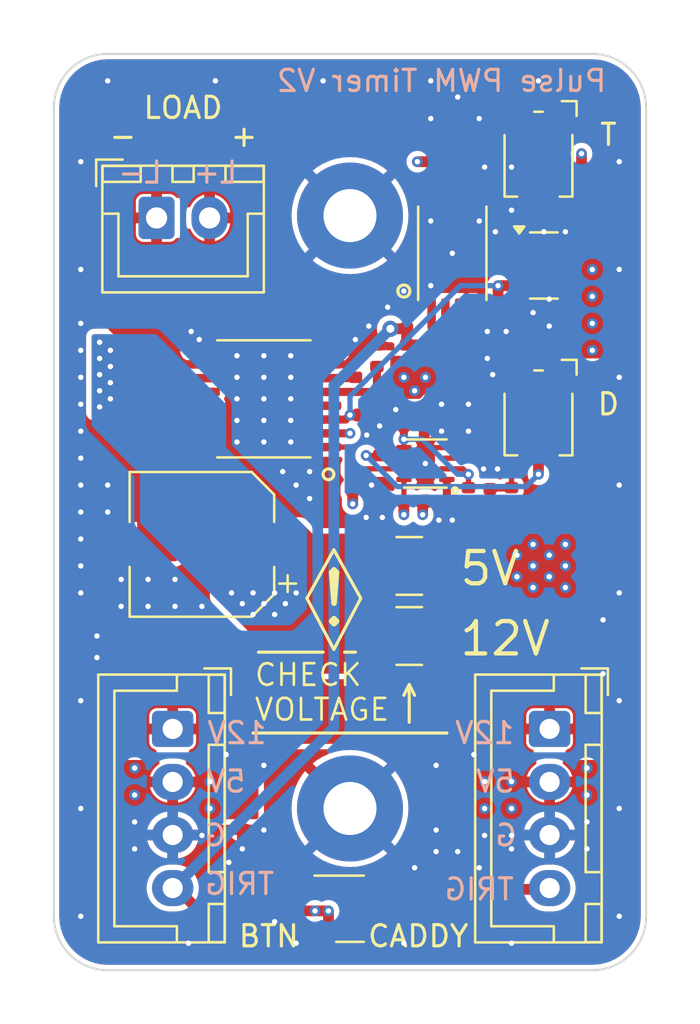
<source format=kicad_pcb>
(kicad_pcb (version 20240108) (generator "pcbnew") (generator_version "8.0")
  (layers (0 "F.Cu" signal) (1 "In1.Cu" signal) (2 "In2.Cu" signal) (31 "B.Cu" signal) (34 "B.Paste" user) (35 "F.Paste" user) (36 "B.SilkS" user "B.Silkscreen") (37 "F.SilkS" user "F.Silkscreen") (38 "B.Mask" user) (39 "F.Mask" user) (44 "Edge.Cuts" user))
  (net 0 "")
  (net 1 "GND")
  (net 2 "Net-(Q1-G)")
  (net 3 "+12V")
  (net 4 "+5V")
  (net 5 "Net-(U2-TR)")
  (net 6 "Net-(U2-CV)")
  (net 7 "Net-(U2-DIS)")
  (net 8 "BTN_TRIG")
  (net 10 "Net-(U3B--)")
  (net 11 "CADDY_TRIG")
  (net 12 "Net-(U3A--)")
  (net 13 "Net-(C19-Pad2)")
  (net 14 "Net-(U3A-+)")
  (net 15 "Net-(U4A-CPH)")
  (net 16 "+VM")
  (net 17 "Net-(U4A-CPL)")
  (net 18 "Net-(U4A-VCP)")
  (net 19 "Net-(R7-Pad2)")
  (net 20 "Net-(J3-Pin_1)")
  (net 21 "Net-(J3-Pin_2)")
  (net 22 "Net-(R8-Pad2)")
  (net 23 "ON_DELAY")
  (net 24 "PULSE_OUT")
  (net 25 "Net-(R9-Pad1)")
  (net 26 "Net-(U4A-VREF)")
  (net 27 "Net-(U4A-IPROPRI)")
  (net 28 "PWM_OUT")
  (footprint "Resistor_SMD:R_0402_1005Metric" (layer "F.Cu") (at 146.941 97.536)
    (property "Reference" "R6" (hide yes))
    (property "Value" "100k")
  )
  (footprint "Capacitor_SMD:C_0402_1005Metric" (layer "F.Cu") (at 131.572 99.949 90)
    (property "Reference" "C23" (hide yes))
    (property "Value" "100nF")
  )
  (footprint "Capacitor_SMD:C_0402_1005Metric" (layer "F.Cu") (at 141.887 100.838 180)
    (property "Reference" "C20" (hide yes))
    (property "Value" "10nF")
  )
  (footprint "Capacitor_SMD:C_0603_1608Metric" (layer "F.Cu") (at 146.05 87.63 90)
    (property "Reference" "C13" (hide yes))
    (property "Value" "10uF")
  )
  (footprint "Capacitor_SMD:C_0402_1005Metric" (layer "F.Cu") (at 145.034 97.536)
    (property "Reference" "C8" (hide yes))
    (property "Value" "1uF")
  )
  (footprint "Package_SO:HTSSOP-16-1EP_4.4x5mm_P0.65mm_EP3.4x5mm_Mask2.46x2.31mm" (layer "F.Cu") (at 136.906 100.076 180)
    (property "Reference" "U4" (hide yes))
    (property "Value" "DRV8876PWPR")
  )
  (footprint "MountingHole:MountingHole_2.5mm_Pad" (layer "F.Cu") (at 140.97 91.44)
    (property "Reference" "H2" (hide yes))
    (property "Value" "MountingHole_Pad" (hide yes))
  )
  (footprint "Package_TO_SOT_SMD:SOT-23" (layer "F.Cu") (at 140.97 124.1044)
    (property "Reference" "Q1" (hide yes))
    (property "Value" "SI2301CDS-T1-GE3" (hide yes))
  )
  (footprint "Capacitor_SMD:C_0402_1005Metric" (layer "F.Cu") (at 132.5372 101.1682 90)
    (property "Reference" "C22" (hide yes))
    (property "Value" "22nF")
  )
  (footprint "Resistor_SMD:R_0402_1005Metric" (layer "F.Cu") (at 141.097 103.886 90)
    (property "Reference" "R14" (hide yes))
    (property "Value" "10k")
  )
  (footprint "Connector_JST:JST_XH_B4B-XH-A_1x04_P2.50mm_Vertical" (layer "F.Cu") (at 132.605 115.63 -90)
    (property "Reference" "J2" (hide yes))
    (property "Value" "Action Output" (hide yes))
  )
  (footprint "Resistor_SMD:R_0402_1005Metric" (layer "F.Cu") (at 142.75 99.695 180)
    (property "Reference" "R15" (hide yes))
    (property "Value" "20k")
  )
  (footprint "Capacitor_SMD:C_0402_1005Metric" (layer "F.Cu") (at 150.876 96.012 180)
    (property "Reference" "C2" (hide yes))
    (property "Value" "100nF")
  )
  (footprint "Resistor_SMD:R_0402_1005Metric" (layer "F.Cu") (at 151.892 89.662 -90)
    (property "Reference" "R7" (hide yes))
    (property "Value" "100k")
  )
  (footprint "Capacitor_SMD:C_0402_1005Metric" (layer "F.Cu") (at 146.05 119.888 -90)
    (property "Reference" "C9" (hide yes))
    (property "Value" "100nF")
  )
  (footprint "Capacitor_SMD:C_0402_1005Metric" (layer "F.Cu") (at 143.637 96.266 -90)
    (property "Reference" "C4" (hide yes))
    (property "Value" "10nF")
  )
  (footprint "Capacitor_SMD:C_0402_1005Metric" (layer "F.Cu") (at 146.05 122.71 -90)
    (property "Reference" "C5" (hide yes))
    (property "Value" "100nF")
  )
  (footprint "Capacitor_SMD:C_0402_1005Metric" (layer "F.Cu") (at 147.574 104.803 -90)
    (property "Reference" "C19" (hide yes))
    (property "Value" "100nF")
  )
  (footprint "Capacitor_SMD:C_0805_2012Metric" (layer "F.Cu") (at 131.064 111.76 180)
    (property "Reference" "C14" (hide yes))
    (property "Value" "22uF")
  )
  (footprint "Connector_JST:JST_XH_B2B-XH-A_1x02_P2.50mm_Vertical" (layer "F.Cu") (at 131.846 91.55)
    (property "Reference" "J3" (hide yes))
    (property "Value" "Load")
  )
  (footprint "Resistor_SMD:R_0402_1005Metric" (layer "F.Cu") (at 143.637 98.044 90)
    (property "Reference" "R3" (hide yes))
    (property "Value" "100k")
  )
  (footprint "Resistor_SMD:R_0402_1005Metric" (layer "F.Cu") (at 148.844 97.536 180)
    (property "Reference" "R9" (hide yes))
    (property "Value" "10k")
  )
  (footprint "Capacitor_SMD:C_0402_1005Metric" (layer "F.Cu") (at 135.89 119.888 -90)
    (property "Reference" "C12" (hide yes))
    (property "Value" "100nF")
  )
  (footprint "Capacitor_SMD:C_0402_1005Metric" (layer "F.Cu") (at 148.435 96.012 180)
    (property "Reference" "C11" (hide yes))
    (property "Value" "10nF")
  )
  (footprint "Resistor_SMD:R_0402_1005Metric" (layer "F.Cu") (at 141.224 98.552 90)
    (property "Reference" "R17" (hide yes))
    (property "Value" "1k")
  )
  (footprint "Connector_JST:JST_XH_B4B-XH-A_1x04_P2.50mm_Vertical" (layer "F.Cu") (at 150.385 115.63 -90)
    (property "Reference" "J1" (hide yes))
    (property "Value" "Action Input")
  )
  (footprint "Resistor_SMD:R_0402_1005Metric" (layer "F.Cu") (at 142.24 98.044 90)
    (property "Reference" "R16" (hide yes))
    (property "Value" "27k")
  )
  (footprint "Resistor_SMD:R_0402_1005Metric" (layer "F.Cu") (at 146.558 104.773 90)
    (property "Reference" "R12" (hide yes))
    (property "Value" "10k")
  )
  (footprint "Capacitor_SMD:C_0402_1005Metric" (layer "F.Cu") (at 146.05 117.856 90)
    (property "Reference" "C7" (hide yes))
    (property "Value" "1uF")
  )
  (footprint "Capacitor_SMD:C_0402_1005Metric" (layer "F.Cu") (at 137.414 123.67 90)
    (property "Reference" "C3" (hide yes))
    (property "Value" "100nF")
  )
  (footprint "Capacitor_SMD:C_0402_1005Metric" (layer "F.Cu") (at 143.99 101.346)
    (property "Reference" "C18" (hide yes))
    (property "Value" "22nF")
  )
  (footprint "Capacitor_SMD:C_0402_1005Metric" (layer "F.Cu") (at 133.096 95.631)
    (property "Reference" "C25" (hide yes))
    (property "Value" "100nF")
  )
  (footprint "Package_DFN_QFN:DFN-8-1EP_2x2mm_P0.5mm_EP0.9x1.6mm" (layer "F.Cu") (at 144.526 103.124 180)
    (property "Reference" "U3" (hide yes))
    (property "Value" "LM393QT")
  )
  (footprint "Potentiometer_SMD:Potentiometer_Bourns_TC33X_Vertical" (layer "F.Cu") (at 149.86 88.646 -90)
    (property "Reference" "RV1" (hide yes))
    (property "Value" "500k")
  )
  (footprint "Fuse:Fuse_1210_3225Metric" (layer "F.Cu") (at 143.764 107.95 180)
    (property "Reference" "F1" (hide yes))
    (property "Value" "1.5A")
  )
  (footprint "Resistor_SMD:R_0402_1005Metric" (layer "F.Cu") (at 138.43 123.698 90)
    (property "Reference" "R2" (hide yes))
    (property "Value" "100k")
  )
  (footprint "Resistor_SMD:R_0402_1005Metric" (layer "F.Cu") (at 145.034 122.68 90)
    (property "Reference" "R4" (hide yes))
    (property "Value" "100k")
  )
  (footprint "Capacitor_SMD:C_0805_2012Metric" (layer "F.Cu") (at 151.892 111.76)
    (property "Reference" "C6" (hide yes))
    (property "Value" "22uF")
  )
  (footprint "Capacitor_SMD:C_0402_1005Metric" (layer "F.Cu") (at 142.367 102.263 90)
    (property "Reference" "C17" (hide yes))
    (property "Value" "10nF")
  )
  (footprint "Resistor_SMD:R_0402_1005Metric" (layer "F.Cu") (at 148.59 104.773 -90)
    (property "Reference" "R11" (hide yes))
    (property "Value" "10k")
  )
  (footprint "Package_TO_SOT_SMD:SOT-23" (layer "F.Cu") (at 150.114 93.792)
    (property "Reference" "U1" (hide yes))
    (property "Value" "MAX809R")
  )
  (footprint "Capacitor_SMD:C_0402_1005Metric" (layer "F.Cu") (at 130.683 99.949 -90)
    (property "Reference" "C21" (hide yes))
    (property "Value" "100nF")
  )
  (footprint "Capacitor_SMD:C_0402_1005Metric" (layer "F.Cu") (at 135.89 117.856 90)
    (property "Reference" "C15" (hide yes))
    (property "Value" "1uF")
  )
  (footprint "Resistor_SMD:R_0402_1005Metric" (layer "F.Cu") (at 150.876 97.536 180)
    (property "Reference" "R8" (hide yes))
    (property "Value" "100k")
  )
  (footprint "Capacitor_SMD:C_0402_1005Metric" (layer "F.Cu") (at 147.828 90.678 90)
    (property "Reference" "C10" (hide yes))
    (property "Value" "10nF")
  )
  (footprint "Fuse:Fuse_1210_3225Metric" (layer "F.Cu") (at 143.764 111.252 180)
    (property "Reference" "F2" (hide yes))
    (property "Value" "1.5A")
  )
  (footprint "Resistor_SMD:R_0402_1005Metric" (layer "F.Cu") (at 147.574 102.106 -90)
    (property "Reference" "R10" (hide yes))
    (property "Value" "100k")
  )
  (footprint "Resistor_SMD:R_0402_1005Metric" (layer "F.Cu") (at 145.034 104.898)
    (property "Reference" "R13" (hide yes))
    (property "Value" "10k")
  )
  (footprint "Package_SO:TSSOP-8_4.4x3mm_P0.65mm" (layer "F.Cu") (at 145.796 93.218 90)
    (property "Reference" "U2" (hide yes))
    (property "Value" "NE555PWR")
  )
  (footprint "Capacitor_SMD:CP_Elec_6.3x5.4" (layer "F.Cu") (at 133.985 106.934 180)
    (property "Reference" "C24" (hide yes))
    (property "Value" "47uF")
  )
  (footprint "MountingHole:MountingHole_2.5mm_Pad" (layer "F.Cu") (at 140.97 119.38)
    (property "Reference" "H1" (hide yes))
    (property "Value" "MountingHole_Pad" (hide yes))
  )
  (footprint "Capacitor_SMD:C_0402_1005Metric" (layer "F.Cu") (at 143.002 104.902 180)
    (property "Reference" "C16" (hide yes))
    (property "Value" "100nF")
  )
  (footprint "Potentiometer_SMD:Potentiometer_Bourns_TC33X_Vertical" (layer "F.Cu") (at 149.86 100.838 -90)
    (property "Reference" "RV2" (hide yes))
    (property "Value" "500k")
  )
  (footprint "Resistor_SMD:R_0402_1005Metric" (layer "F.Cu") (at 145.034 98.552)
    (property "Reference" "R5" (hide yes))
    (property "Value" "100k")
  )
  (footprint "Capacitor_SMD:C_0402_1005Metric" (layer "F.Cu") (at 144.78 88.42 90)
    (property "Reference" "C1" (hide yes))
    (property "Value" "100nF")
  )
  (footprint "Resistor_SMD:R_0402_1005Metric" (layer "F.Cu") (at 136.398 123.698 90)
    (property "Reference" "R1" (hide yes))
    (property "Value" "1k")
  )
  (gr_line (start 143.764 113.538) (end 143.51 114.046) (stroke (width 0.15)) (layer "F.SilkS"))
  (gr_line (start 145.542 115.824) (end 136.398 115.824) (stroke (width 0.15)) (layer "F.SilkS"))
  (gr_line (start 143.764 113.538) (end 144.018 114.046) (stroke (width 0.15)) (layer "F.SilkS"))
  (gr_line (start 141.478 109.474) (end 140.208 111.887) (stroke (width 0.15)) (layer "F.SilkS"))
  (gr_circle (center 139.954 103.632) (end 140.208 103.632) (stroke (width 0.15)) (fill none) (layer "F.SilkS"))
  (gr_line (start 136.652 112.014) (end 139.7 112.014) (stroke (width 0.15)) (layer "F.SilkS"))
  (gr_line (start 143.764 113.538) (end 143.764 115.316) (stroke (width 0.15)) (layer "F.SilkS"))
  (gr_circle (center 145.923 104.394) (end 146.05 104.394) (stroke (width 0.15)) (fill none) (layer "F.SilkS"))
  (gr_line (start 141.478 109.474) (end 140.208 107.188) (stroke (width 0.15)) (layer "F.SilkS"))
  (gr_circle (center 143.51 94.996) (end 143.764 94.869) (stroke (width 0.15)) (fill none) (layer "F.SilkS"))
  (gr_line (start 141.224 112.014) (end 140.716 112.014) (stroke (width 0.15)) (layer "F.SilkS"))
  (gr_line (start 140.208 107.188) (end 138.938 109.474) (stroke (width 0.15)) (layer "F.SilkS"))
  (gr_line (start 140.208 111.887) (end 138.938 109.474) (stroke (width 0.15)) (layer "F.SilkS"))
  (gr_line (start 127 124.46) (end 127 86.36) (stroke (width 0.1)) (layer "Edge.Cuts"))
  (gr_arc (start 129.54 127) (mid 127.743949 126.256051) (end 127 124.46) (stroke (width 0.1)) (layer "Edge.Cuts"))
  (gr_arc (start 154.94 124.46) (mid 154.196051 126.256051) (end 152.4 127) (stroke (width 0.1)) (layer "Edge.Cuts"))
  (gr_line (start 152.4 127) (end 129.54 127) (stroke (width 0.1)) (layer "Edge.Cuts"))
  (gr_arc (start 152.4 83.82) (mid 154.196051 84.563949) (end 154.94 86.36) (stroke (width 0.1)) (layer "Edge.Cuts"))
  (gr_arc (start 127 86.36) (mid 127.743949 84.563949) (end 129.54 83.82) (stroke (width 0.1)) (layer "Edge.Cuts"))
  (gr_line (start 154.94 86.36) (end 154.94 124.46) (stroke (width 0.1)) (layer "Edge.Cuts"))
  (gr_line (start 152.4 83.82) (end 129.54 83.82) (stroke (width 0.1)) (layer "Edge.Cuts"))
  (gr_text "G" (at 134.62 120.65 0) (layer "B.SilkS") (effects (font (size 1 1)) (justify mirror)))
  (gr_text "Pulse PWM Timer V2" (at 145.288 85.09 0) (layer "B.SilkS") (effects (font (size 1 1)) (justify mirror)))
  (gr_text "TRIG" (at 135.763 122.936 0) (layer "B.SilkS") (effects (font (size 1 1)) (justify mirror)))
  (gr_text "12V" (at 135.636 115.824 0) (layer "B.SilkS") (effects (font (size 1 1)) (justify mirror)))
  (gr_text "L+" (at 134.62 89.408 0) (layer "B.SilkS") (effects (font (size 1 1)) (justify mirror)))
  (gr_text "G" (at 148.336 120.65 0) (layer "B.SilkS") (effects (font (size 1 1)) (justify mirror)))
  (gr_text "5V" (at 135.128 118.11 0) (layer "B.SilkS") (effects (font (size 1 1)) (justify mirror)))
  (gr_text "12V" (at 147.32 115.824 0) (layer "B.SilkS") (effects (font (size 1 1)) (justify mirror)))
  (gr_text "TRIG" (at 147.066 123.19 0) (layer "B.SilkS") (effects (font (size 1 1)) (justify mirror)))
  (gr_text "5V" (at 147.828 118.11 0) (layer "B.SilkS") (effects (font (size 1 1)) (justify mirror)))
  (gr_text "L-" (at 131.064 89.408 0) (layer "B.SilkS") (effects (font (size 1 1)) (justify mirror)))
  (gr_text "LOAD" (at 133.096 86.36 0) (layer "F.SilkS") (effects (font (size 1 1))))
  (gr_text "D" (at 153.162 100.33 0) (layer "F.SilkS") (effects (font (size 1 1))))
  (gr_text "T" (at 153.162 87.63 0) (layer "F.SilkS") (effects (font (size 1 1))))
  (gr_text "5V" (at 146.05 108.966 0) (layer "F.SilkS") (effects (font (size 1.524 1.524) (thickness 0.2032)) (justify left bottom)))
  (gr_text "BTN" (at 135.636 125.984 0) (layer "F.SilkS") (effects (font (size 1 1)) (justify left bottom)))
  (gr_text "!" (at 139.446 110.998 0) (layer "F.SilkS") (effects (font (size 2.54 2.54) (thickness 0.254)) (justify left bottom)))
  (gr_text "12V" (at 146.05 112.268 0) (layer "F.SilkS") (effects (font (size 1.524 1.524) (thickness 0.2032)) (justify left bottom)))
  (gr_text "CADDY" (at 141.732 125.984 0) (layer "F.SilkS") (effects (font (size 1 1)) (justify left bottom)))
  (gr_text "CHECK\nVOLTAGE" (at 136.398 115.316 0) (layer "F.SilkS") (effects (font (size 1.016 1.016) (thickness 0.127)) (justify left bottom)))
  (gr_text "+" (at 135.255 88.265 0) (layer "F.SilkS") (effects (font (size 1 1)) (justify left bottom)))
  (gr_text "-" (at 129.54 88.265 0) (layer "F.SilkS") (effects (font (size 1 1)) (justify left bottom)))
  (segment (start 140.815 98.451) (end 139.7685 98.451) (width 0.381) (layer "F.Cu") (net 1))
  (segment (start 134.0435 102.351) (end 135.625 102.351) (width 0.25) (layer "F.Cu") (net 1))
  (segment (start 141.224 98.042) (end 140.815 98.451) (width 0.381) (layer "F.Cu") (net 1))
  (segment (start 134.0435 101.701) (end 135.535 101.701) (width 0.25) (layer "F.Cu") (net 1))
  (segment (start 142.367 101.783) (end 141.7617 101.783) (width 0.508) (layer "F.Cu") (net 1))
  (segment (start 139.7685 98.451) (end 138.023 98.451) (width 0.25) (layer "F.Cu") (net 1))
  (via (at 136.906 98.044) (size 0.508) (drill 0.254) (layers "F.Cu" "B.Cu") (net 1))
  (via (at 147.828 92.202) (size 0.508) (drill 0.254) (layers "F.Cu" "B.Cu") (net 1))
  (via (at 130.81 120.015) (size 0.508) (drill 0.254) (layers "F.Cu" "B.Cu") (net 1))
  (via (at 153.67 88.9) (size 0.508) (drill 0.254) (layers "F.Cu" "B.Cu") (net 1))
  (via (at 138.43 125.73) (size 0.508) (drill 0.254) (layers "F.Cu" "B.Cu") (net 1))
  (via (at 153.67 114.3) (size 0.508) (drill 0.254) (layers "F.Cu" "B.Cu") (net 1))
  (via (at 145.288 100.33) (size 0.508) (drill 0.254) (layers "F.Cu" "B.Cu") (net 1))
  (via (at 138.176 98.044) (size 0.508) (drill 0.254) (layers "F.Cu" "B.Cu") (net 1))
  (via (at 146.05 121.412) (size 0.508) (drill 0.254) (layers "F.Cu" "B.Cu") (net 1))
  (via (at 131.445 109.855) (size 0.508) (drill 0.254) (layers "F.Cu" "B.Cu") (net 1))
  (via (at 129.54 104.14) (size 0.508) (drill 0.254) (layers "F.Cu" "B.Cu") (net 1))
  (via (at 147.32 89.154) (size 0.508) (drill 0.254) (layers "F.Cu" "B.Cu") (net 1))
  (via (at 144.78 94.742) (size 0.508) (drill 0.254) (layers "F.Cu" "B.Cu") (net 1))
  (via (at 148.59 121.285) (size 0.508) (drill 0.254) (layers "F.Cu" "B.Cu") (net 1))
  (via (at 136.906 120.396) (size 0.508) (drill 0.254) (layers "F.Cu" "B.Cu") (net 1))
  (via (at 147.447 98.171) (size 0.508) (drill 0.254) (layers "F.Cu" "B.Cu") (net 1))
  (via (at 141.732 105.664) (size 0.508) (drill 0.254) (layers "F.Cu" "B.Cu") (net 1))
  (via (at 133.858 97.282) (size 0.508) (drill 0.254) (layers "F.Cu" "B.Cu") (net 1))
  (via (at 145.796 93.218) (size 0.508) (drill 0.254) (layers "F.Cu" "B.Cu") (net 1))
  (via (at 141.986 104.14) (size 0.508) (drill 0.254) (layers "F.Cu" "B.Cu") (net 1))
  (via (at 136.906 102.108) (size 0.508) (drill 0.254) (layers "F.Cu" "B.Cu") (net 1))
  (via (at 145.034 120.396) (size 0.508) (drill 0.254) (layers "F.Cu" "B.Cu") (net 1))
  (via (at 128.27 88.9) (size 0.508) (drill 0.254) (layers "F.Cu" "B.Cu") (net 1))
  (via (at 148.59 120.65) (size 0.508) (drill 0.254) (layers "F.Cu" "B.Cu") (net 1))
  (via (at 138.43 104.14) (size 0.508) (drill 0.254) (layers "F.Cu" "B.Cu") (net 1))
  (via (at 128.27 101.6) (size 0.508) (drill 0.254) (layers "F.Cu" "B.Cu") (net 1))
  (via (at 131.445 108.585) (size 0.508) (drill 0.254) (layers "F.Cu" "B.Cu") (net 1))
  (via (at 144.78 86.868) (size 0.508) (drill 0.254) (layers "F.Cu" "B.Cu") (net 1))
  (via (at 147.447 96.901) (size 0.508) (drill 0.254) (layers "F.Cu" "B.Cu") (net 1))
  (via (at 147.32 120.65) (size 0.508) (drill 0.254) (layers "F.Cu" "B.Cu") (net 1))
  (via (at 128.27 102.87) (size 0.508) (drill 0.254) (layers "F.Cu" "B.Cu") (net 1))
  (via (at 151.13 92.202) (size 0.508) (drill 0.254) (layers "F.Cu" "B.Cu") (net 1))
  (via (at 138.176 99.06) (size 0.508) (drill 0.254) (layers "F.Cu" "B.Cu") (net 1))
  (via (at 128.27 93.98) (size 0.508) (drill 0.254) (layers "F.Cu" "B.Cu") (net 1))
  (via (at 138.176 102.108) (size 0.508) (drill 0.254) (layers "F.Cu" "B.Cu") (net 1))
  (via (at 136.906 100.076) (size 0.508) (drill 0.254) (layers "F.Cu" "B.Cu") (net 1))
  (via (at 129.54 105.41) (size 0.508) (drill 0.254) (layers "F.Cu" "B.Cu") (net 1))
  (via (at 141.7617 101.783) (size 0.508) (drill 0.254) (layers "F.Cu" "B.Cu") (net 1))
  (via (at 144.78 91.694) (size 0.508) (drill 0.254) (layers "F.Cu" "B.Cu") (net 1))
  (via (at 152.146 121.285) (size 0.508) (drill 0.254) (layers "F.Cu" "B.Cu") (net 1))
  (via (at 135.636 102.108) (size 0.508) (drill 0.254) (layers "F.Cu" "B.Cu") (net 1))
  (via (at 128.27 119.38) (size 0.508) (drill 0.254) (layers "F.Cu" "B.Cu") (net 1))
  (via (at 135.636 98.044) (size 0.508) (drill 0.254) (layers "F.Cu" "B.Cu") (net 1))
  (via (at 148.336 96.901) (size 0.508) (drill 0.254) (layers "F.Cu" "B.Cu") (net 1))
  (via (at 135.89 121.285) (size 0.508) (drill 0.254) (layers "F.Cu" "B.Cu") (net 1))
  (via (at 135.636 101.092) (size 0.508) (drill 0.254) (layers "F.Cu" "B.Cu") (net 1))
  (via (at 143.51 94.996) (size 0.508) (drill 0.254) (layers "F.Cu" "B.Cu") (net 1))
  (via (at 128.27 96.52) (size 0.508) (drill 0.254) (layers "F.Cu" "B.Cu") (net 1))
  (via (at 150.114 92.202) (size 0.508) (drill 0.254) (layers "F.Cu" "B.Cu") (net 1))
  (via (at 145.034 117.348) (size 0.508) (drill 0.254) (layers "F.Cu" "B.Cu") (net 1))
  (via (at 129.032 111.252) (size 0.508) (drill 0.254) (layers "F.Cu" "B.Cu") (net 1))
  (via (at 141.859 96.647) (size 0.508) (drill 0.254) (layers "F.Cu" "B.Cu") (net 1))
  (via (at 145.288 101.6) (size 0.508) (drill 0.254) (layers "F.Cu" "B.Cu") (net 1))
  (via (at 135.636 100.076) (size 0.508) (drill 0.254) (layers "F.Cu" "B.Cu") (net 1))
  (via (at 134.62 85.09) (size 0.508) (drill 0.254) (layers "F.Cu" "B.Cu") (net 1))
  (via (at 137.414 124.714) (size 0.508) (drill 0.254) (layers "F.Cu" "B.Cu") (net 1))
  (via (at 146.558 101.6) (size 0.508) (drill 0.254) (layers "F.Cu" "B.Cu") (net 1))
  (via (at 142.748 95.758) (size 0.508) (drill 0.254) (layers "F.Cu" "B.Cu") (net 1))
  (via (at 147.2692 103.378) (size 0.508) (drill 0.254) (layers "F.Cu" "B.Cu") (net 1))
  (via (at 129.54 85.09) (size 0.508) (drill 0.254) (layers "F.Cu" "B.Cu") (net 1))
  (via (at 139.065 103.505) (size 0.508) (drill 0.254) (layers "F.Cu" "B.Cu") (net 1))
  (via (at 149.606 96.012) (size 0.508) (drill 0.254) (layers "F.Cu" "B.Cu") (net 1))
  (via (at 128.27 97.79) (size 0.508) (drill 0.254) (layers "F.Cu" "B.Cu") (net 1))
  (via (at 150.368 95.377) (size 0.508) (drill 0.254) (layers "F.Cu" "B.Cu") (net 1))
  (via (at 142.494 105.664) (size 0.508) (drill 0.254) (layers "F.Cu" "B.Cu") (net 1))
  (via (at 147.066 91.694) (size 0.508) (drill 0.254) (layers "F.Cu" "B.Cu") (net 1))
  (via (at 149.86 85.09) (size 0.508) (drill 0.254) (layers "F.Cu" "B.Cu") (net 1))
  (via (at 153.67 99.06) (size 0.508) (drill 0.254) (layers "F.Cu" "B.Cu") (net 1))
  (via (at 130.81 121.285) (size 0.508) (drill 0.254) (layers "F.Cu" "B.Cu") (net 1))
  (via (at 128.27 106.68) (size 0.508) (drill 0.254) (layers "F.Cu" "B.Cu") (net 1))
  (via (at 128.27 100.33) (size 0.508) (drill 0.254) (layers "F.Cu" "B.Cu") (net 1))
  (via (at 138.176 100.076) (size 0.508) (drill 0.254) (layers "F.Cu" "B.Cu") (net 1))
  (via (at 153.67 93.98) (size 0.508) (drill 0.254) (layers "F.Cu" "B.Cu") (net 1))
  (via (at 130.175 109.855) (size 0.508) (drill 0.254) (layers "F.Cu" "B.Cu") (net 1))
  (via (at 143.51 125.73) (size 0.508) (drill 0.254) (layers "F.Cu" "B.Cu") (net 1))
  (via (at 139.065 104.775) (size 0.508) (drill 0.254) (layers "F.Cu" "B.Cu") (net 1))
  (via (at 148.59 125.73) (size 0.508) (drill 0.254) (layers "F.Cu" "B.Cu") (net 1))
  (via (at 133.985 120.65) (size 0.508) (drill 0.254) (layers "F.Cu" "B.Cu") (net 1))
  (via (at 147.066 122.174) (size 0.508) (drill 0.254) (layers "F.Cu" "B.Cu") (net 1))
  (via (at 152.146 120.015) (size 0.508) (drill 0.254) (layers "F.Cu" "B.Cu") (net 1))
  (via (at 147.066 86.868) (size 0.508) (drill 0.254) (layers "F.Cu" "B.Cu") (net 1))
  (via (at 137.795 103.505) (size 0.508) (drill 0.254) (layers "F.Cu" "B.Cu") (net 1))
  (via (at 128.27 124.46) (size 0.508) (drill 0.254) (layers "F.Cu" "B.Cu") (net 1))
  (via (at 136.906 101.092) (size 0.508) (drill 0.254) (layers "F.Cu" "B.Cu") (net 1))
  (via (at 153.67 109.22) (size 0.508) (drill 0.254) (layers "F.Cu" "B.Cu") (net 1))
  (via (at 133.985 109.855) (size 0.508) (drill 0.254) (layers "F.Cu" "B.Cu") (net 1))
  (via (at 153.67 104.14) (size 0.508) (drill 0.254) (layers "F.Cu" "B.Cu") (net 1))
  (via (at 141.224 97.282) (size 0.508) (drill 0.254) (layers "F.Cu" "B.Cu") (net 1))
  (via (at 135.128 116.84) (size 0.508) (drill 0.254) (layers "F.Cu" "B.Cu") (net 1))
  (via (at 130.175 108.585) (size 0.508) (drill 0.254) (layers "F.Cu" "B.Cu") (net 1))
  (via (at 128.27 99.06) (size 0.508) (drill 0.254) (layers "F.Cu" "B.Cu") (net 1))
  (via (at 146.812 116.84) (size 0.508) (drill 0.254) (layers "F.Cu" "B.Cu") (net 1))
  (via (at 129.032 112.268) (size 0.508) (drill 0.254) (layers "F.Cu" "B.Cu") (net 1))
  (via (at 128.27 114.3) (size 0.508) (drill 0.254) (layers "F.Cu" "B.Cu") (net 1))
  (via (at 152.908 110.49) (size 0.508) (drill 0.254) (layers "F.Cu" "B.Cu") (net 1))
  (via (at 144.78 85.09) (size 0.508) (drill 0.254) (layers "F.Cu" "B.Cu") (net 1))
  (via (at 145.034 121.412) (size 0.508) (drill 0.254) (layers "F.Cu" "B.Cu") (net 1))
  (via (at 145.796 105.791) (size 0.508) (drill 0.254) (layers "F.Cu" "B.Cu") (net 1))
  (via (at 146.05 85.852) (size 0.508) (drill 0.254) (layers "F.Cu" "B.Cu") (net 1))
  (via (at 143.129 100.584) (size 0.508) (drill 0.254) (layers "F.Cu" "B.Cu") (net 1))
  (via (at 128.27 109.22) (size 0.508) (drill 0.254) (layers "F.Cu" "B.Cu") (net 1))
  (via (at 147.701 98.933) (size 0.508) (drill 0.254) (layers "F.Cu" "B.Cu") (net 1))
  (via (at 132.715 108.585) (size 0.508) (drill 0.254) (layers "F.Cu" "B.Cu") (net 1))
  (via (at 139.7 85.09) (size 0.508) (drill 0.254) (layers "F.Cu" "B.Cu") (net 1))
  (via (at 145.161 105.791) (size 0.508) (drill 0.254) (layers "F.Cu" "B.Cu") (net 1))
  (via (at 152.908 113.03) (size 0.508) (drill 0.254) (layers "F.Cu" "B.Cu") (net 1))
  (via (at 136.906 117.348) (size 0.508) (drill 0.254) (layers "F.Cu" "B.Cu") (net 1))
  (via (at 136.906 99.06) (size 0.508) (drill 0.254) (layers "F.Cu" "B.Cu") (net 1))
  (via (at 147.9296 103.378) (size 0.508) (drill 0.254) (layers "F.Cu" "B.Cu") (net 1))
  (via (at 148.59 89.154) (size 0.508) (drill 0.254) (layers "F.Cu" "B.Cu") (net 1))
  (via (at 150.368 96.647) (size 0.508) (drill 0.254) (layers "F.Cu" "B.Cu") (net 1))
  (via (at 135.636 99.06) (size 0.508) (drill 0.254) (layers "F.Cu" "B.Cu") (net 1))
  (via (at 153.67 119.38) (size 0.508) (drill 0.254) (layers "F.Cu" "B.Cu") (net 1))
  (via (at 128.27 105.41) (size 0.508) (drill 0.254) (layers "F.Cu" "B.Cu") (net 1))
  (via (at 138.176 101.092) (size 0.508) (drill 0.254) (layers "F.Cu" "B.Cu") (net 1))
  (via (at 133.477 96.901) (size 0.508) (drill 0.254) (layers "F.Cu" "B.Cu") (net 1))
  (via (at 132.715 109.855) (size 0.508) (drill 0.254) (layers "F.Cu" "B.Cu") (net 1))
  (via (at 146.558 100.33) (size 0.508) (drill 0.254) (layers "F.Cu" "B.Cu") (net 1))
  (via (at 153.67 124.46) (size 0.508) (drill 0.254) (layers "F.Cu" "B.Cu") (net 1))
  (via (at 142.367 101.353) (size 0.508) (drill 0.254) (layers "F.Cu" "B.Cu") (net 1))
  (via (at 144.018 122.174) (size 0.508) (drill 0.254) (layers "F.Cu" "B.Cu") (net 1))
  (via (at 128.27 104.14) (size 0.508) (drill 0.254) (layers "F.Cu" "B.Cu") (net 1))
  (via (at 135.255 121.92) (size 0.508) (drill 0.254) (layers "F.Cu" "B.Cu") (net 1))
  (via (at 144.526 103.124) (size 0.508) (drill 0.254) (layers "F.Cu" "B.Cu") (net 1))
  (via (at 133.35 125.73) (size 0.508) (drill 0.254) (layers "F.Cu" "B.Cu") (net 1))
  (via (at 128.27 107.95) (size 0.508) (drill 0.254) (layers "F.Cu" "B.Cu") (net 1))
  (via (at 148.59 91.186) (size 0.508) (drill 0.254) (layers "F.Cu" "B.Cu") (net 1))
  (segment (start 138.43 123.188) (end 139.9989 123.188) (width 0.508) (layer "F.Cu") (net 2))
  (segment (start 137.414 123.19) (end 138.428 123.19) (width 0.508) (layer "F.Cu") (net 2))
  (segment (start 136.398 123.188) (end 137.412 123.188) (width 0.508) (layer "F.Cu") (net 2))
  (segment (start 138.428 123.19) (end 138.43 123.188) (width 0.508) (layer "F.Cu") (net 2))
  (segment (start 137.412 123.188) (end 137.414 123.19) (width 0.508) (layer "F.Cu") (net 2))
  (segment (start 139.9989 123.188) (end 140.0325 123.1544) (width 0.508) (layer "F.Cu") (net 2))
  (segment (start 144.52 104.902) (end 144.524 104.898) (width 0.508) (layer "F.Cu") (net 4))
  (segment (start 144.821 90.3555) (end 144.821 88.941) (width 0.25) (layer "F.Cu") (net 4))
  (segment (start 143.5135 103.874) (end 143.5135 104.8705) (width 0.25) (layer "F.Cu") (net 4))
  (segment (start 143.51 105.537) (end 143.51 104.93) (width 0.508) (layer "F.Cu") (net 4))
  (segment (start 143.5135 104.8705) (end 143.482 104.902) (width 0.25) (layer "F.Cu") (net 4))
  (segment (start 143.51 104.93) (end 143.482 104.902) (width 0.508) (layer "F.Cu") (net 4))
  (segment (start 139.954 124.206) (end 138.432 124.206) (width 0.508) (layer "F.Cu") (net 4))
  (segment (start 143.482 104.902) (end 144.52 104.902) (width 0.508) (layer "F.Cu") (net 4))
  (segment (start 151.892 88.519) (end 151.892 89.152) (width 0.508) (layer "F.Cu") (net 4))
  (segment (start 140.97 101.701) (end 139.7685 101.701) (width 0.381) (layer "F.Cu") (net 4))
  (segment (start 144.399 105.023) (end 144.524 104.898) (width 0.508) (layer "F.Cu") (net 4))
  (segment (start 141.097 105.029) (end 141.097 104.396) (width 0.508) (layer "F.Cu") (net 4))
  (segment (start 144.145 88.9) (end 144.78 88.9) (width 0.508) (layer "F.Cu") (net 4))
  (segment (start 139.954 124.9759) (end 140.0325 125.0544) (width 0.508) (layer "F.Cu") (net 4))
  (segment (start 138.432 124.206) (end 138.43 124.208) (width 0.508) (layer "F.Cu") (net 4))
  (segment (start 144.821 88.941) (end 144.78 88.9) (width 0.25) (layer "F.Cu") (net 4))
  (segment (start 144.399 105.537) (end 144.399 105.023) (width 0.508) (layer "F.Cu") (net 4))
  (segment (start 139.954 124.206) (end 139.954 124.9759) (width 0.508) (layer "F.Cu") (net 4))
  (via (at 130.81 118.745) (size 0.508) (drill 0.254) (layers "F.Cu" "B.Cu") (net 4))
  (via (at 151.13 107.95) (size 0.508) (drill 0.254) (layers "F.Cu" "B.Cu") (net 4))
  (via (at 152.4 97.79) (size 0.508) (drill 0.254) (layers "F.Cu" "B.Cu") (net 4))
  (via (at 134.366 119.38) (size 0.508) (drill 0.254) (layers "F.Cu" "B.Cu") (net 4))
  (via (at 139.319 124.206) (size 0.508) (drill 0.254) (layers "F.Cu" "B.Cu") (net 4))
  (via (at 147.32 119.38) (size 0.508) (drill 0.254) (layers "F.Cu" "B.Cu") (net 4))
  (via (at 143.51 105.537) (size 0.508) (drill 0.254) (layers "F.Cu" "B.Cu") (net 4))
  (via (at 147.32 118.11) (size 0.508) (drill 0.254) (layers "F.Cu" "B.Cu") (net 4))
  (via (at 149.606 108.966) (size 0.508) (drill 0.254) (layers "F.Cu" "B.Cu") (net 4))
  (via (at 149.606 106.934) (size 0.508) (drill 0.254) (layers "F.Cu" "B.Cu") (net 4))
  (via (at 134.366 118.11) (size 0.508) (drill 0.254) (layers "F.Cu" "B.Cu") (net 4))
  (via (at 149.606 107.95) (size 0.508) (drill 0.254) (layers "F.Cu" "B.Cu") (net 4))
  (via (at 148.844 107.442) (size 0.508) (drill 0.254) (layers "F.Cu" "B.Cu") (net 4))
  (via (at 139.954 124.206) (size 0.508) (drill 0.254) (layers "F.Cu" "B.Cu") (net 4))
  (via (at 150.368 108.458) (size 0.508) (drill 0.254) (layers "F.Cu" "B.Cu") (net 4))
  (via (at 151.892 88.519) (size 0.508) (drill 0.254) (layers "F.Cu" "B.Cu") (net 4))
  (via (at 148.59 118.11) (size 0.508) (drill 0.254) (layers "F.Cu" "B.Cu") (net 4))
  (via (at 152.146 118.745) (size 0.508) (drill 0.254) (layers "F.Cu" "B.Cu") (net 4))
  (via (at 148.844 108.458) (size 0.508) (drill 0.254) (layers "F.Cu" "B.Cu") (net 4))
  (via (at 152.4 93.98) (size 0.508) (drill 0.254) (layers "F.Cu" "B.Cu") (net 4))
  (via (at 150.368 107.442) (size 0.508) (drill 0.254) (layers "F.Cu" "B.Cu") (net 4))
  (via (at 151.13 106.934) (size 0.508) (drill 0.254) (layers "F.Cu" "B.Cu") (net 4))
  (via (at 151.13 108.966) (size 0.508) (drill 0.254) (layers "F.Cu" "B.Cu") (net 4))
  (via (at 144.526 99.06) (size 0.508) (drill 0.254) (layers "F.Cu" "B.Cu") (net 4))
  (via (at 143.51 99.06) (size 0.508) (drill 0.254) (layers "F.Cu" "B.Cu") (net 4))
  (via (at 144.399 105.537) (size 0.508) (drill 0.254) (layers "F.Cu" "B.Cu") (net 4))
  (via (at 144.018 99.695) (size 0.508) (drill 0.254) (layers "F.Cu" "B.Cu") (net 4))
  (via (at 152.146 117.475) (size 0.508) (drill 0.254) (layers "F.Cu" "B.Cu") (net 4))
  (via (at 130.81 117.475) (size 0.508) (drill 0.254) (layers "F.Cu" "B.Cu") (net 4))
  (via (at 140.97 101.701) (size 0.508) (drill 0.254) (layers "F.Cu" "B.Cu") (net 4))
  (via (at 148.59 119.38) (size 0.508) (drill 0.254) (layers "F.Cu" "B.Cu") (net 4))
  (via (at 141.097 105.029) (size 0.508) (drill 0.254) (layers "F.Cu" "B.Cu") (net 4))
  (via (at 144.145 88.9) (size 0.508) (drill 0.254) (layers "F.Cu" "B.Cu") (net 4))
  (via (at 152.4 95.25) (size 0.508) (drill 0.254) (layers "F.Cu" "B.Cu") (net 4))
  (via (at 152.4 96.52) (size 0.508) (drill 0.254) (layers "F.Cu" "B.Cu") (net 4))
  (segment (start 145.471 96.0805) (end 145.471 97.493) (width 0.25) (layer "F.Cu") (net 5))
  (segment (start 145.471 97.493) (end 145.514 97.536) (width 0.25) (layer "F.Cu") (net 5))
  (segment (start 145.514 98.522) (end 145.544 98.552) (width 0.25) (layer "F.Cu") (net 5))
  (segment (start 145.514 97.536) (end 145.514 98.522) (width 0.508) (layer "F.Cu") (net 5))
  (segment (start 146.9285 90.198) (end 146.771 90.3555) (width 0.25) (layer "F.Cu") (net 6))
  (segment (start 147.828 90.198) (end 146.9285 90.198) (width 0.508) (layer "F.Cu") (net 6))
  (segment (start 146.121 90.3555) (end 146.121 88.476) (width 0.25) (layer "F.Cu") (net 7))
  (segment (start 150.86 86.846) (end 149.301 88.405) (width 0.25) (layer "F.Cu") (net 7))
  (segment (start 149.301 88.405) (end 146.05 88.405) (width 0.25) (layer "F.Cu") (net 7))
  (segment (start 145.471 88.984) (end 146.05 88.405) (width 0.25) (layer "F.Cu") (net 7))
  (segment (start 146.121 88.476) (end 146.05 88.405) (width 0.25) (layer "F.Cu") (net 7))
  (segment (start 145.471 90.3555) (end 145.471 88.984) (width 0.25) (layer "F.Cu") (net 7))
  (segment (start 144.552 97.534) (end 144.554 97.536) (width 0.25) (layer "F.Cu") (net 8))
  (segment (start 143.609 96.774) (end 143.637 96.746) (width 0.25) (layer "F.Cu") (net 8))
  (segment (start 142.875 96.774) (end 143.609 96.774) (width 0.508) (layer "F.Cu") (net 8))
  (segment (start 132.782 123.13) (end 133.86 124.208) (width 0.508) (layer "F.Cu") (net 8))
  (segment (start 133.86 124.208) (end 136.398 124.208) (width 0.508) (layer "F.Cu") (net 8))
  (segment (start 143.637 97.534) (end 144.552 97.534) (width 0.508) (layer "F.Cu") (net 8))
  (segment (start 132.605 123.13) (end 132.782 123.13) (width 0.508) (layer "F.Cu") (net 8))
  (segment (start 143.637 97.534) (end 143.637 96.746) (width 0.508) (layer "F.Cu") (net 8))
  (via (at 142.875 96.774) (size 0.762) (drill 0.381) (layers "F.Cu" "B.Cu") (net 8))
  (segment (start 140.208 99.441) (end 140.208 115.57) (width 0.508) (layer "B.Cu") (net 8))
  (segment (start 142.875 96.774) (end 140.208 99.441) (width 0.508) (layer "B.Cu") (net 8))
  (segment (start 140.208 115.57) (end 132.648 123.13) (width 0.508) (layer "B.Cu") (net 8))
  (segment (start 132.648 123.13) (end 132.605 123.13) (width 0.508) (layer "B.Cu") (net 8))
  (segment (start 141.732 102.743) (end 142.367 102.743) (width 0.25) (layer "F.Cu") (net 10))
  (segment (start 142.367 102.743) (end 142.498 102.874) (width 0.25) (layer "F.Cu") (net 10))
  (segment (start 142.498 102.874) (end 143.5135 102.874) (width 0.25) (layer "F.Cu") (net 10))
  (segment (start 149.86 102.288) (end 149.86 103.632) (width 0.508) (layer "F.Cu") (net 10))
  (via (at 141.732 102.743) (size 0.508) (drill 0.254) (layers "F.Cu" "B.Cu") (net 10))
  (via (at 149.86 103.632) (size 0.508) (drill 0.254) (layers "F.Cu" "B.Cu") (net 10))
  (segment (start 149.281 104.211) (end 149.86 103.632) (width 0.25) (layer "B.Cu") (net 10))
  (segment (start 143.2 104.211) (end 149.281 104.211) (width 0.25) (layer "B.Cu") (net 10))
  (segment (start 141.732 102.743) (end 143.2 104.211) (width 0.25) (layer "B.Cu") (net 10))
  (segment (start 141.9075 124.1044) (end 144.1196 124.1044) (width 0.508) (layer "F.Cu") (net 11))
  (segment (start 144.1196 124.1044) (end 145.034 123.19) (width 0.508) (layer "F.Cu") (net 11))
  (segment (start 146.05 123.19) (end 150.325 123.19) (width 0.508) (layer "F.Cu") (net 11))
  (segment (start 150.325 123.19) (end 150.385 123.13) (width 0.508) (layer "F.Cu") (net 11))
  (segment (start 146.05 123.19) (end 145.034 123.19) (width 0.508) (layer "F.Cu") (net 11))
  (segment (start 143.51 101.981) (end 143.51 102.3705) (width 0.25) (layer "F.Cu") (net 12))
  (segment (start 146.558 103.632) (end 146.558 104.263) (width 0.25) (layer "F.Cu") (net 12))
  (segment (start 143.51 101.346) (end 143.51 101.981) (width 0.381) (layer "F.Cu") (net 12))
  (segment (start 143.51 102.3705) (end 143.5135 102.374) (width 0.25) (layer "F.Cu") (net 12))
  (segment (start 146.3 103.374) (end 145.5385 103.374) (width 0.25) (layer "F.Cu") (net 12))
  (segment (start 146.558 103.632) (end 146.3 103.374) (width 0.25) (layer "F.Cu") (net 12))
  (via (at 143.51 101.981) (size 0.508) (drill 0.254) (layers "F.Cu" "B.Cu") (net 12))
  (via (at 146.558 103.632) (size 0.508) (drill 0.254) (layers "F.Cu" "B.Cu") (net 12))
  (segment (start 144.39265 101.981) (end 146.04365 103.632) (width 0.25) (layer "B.Cu") (net 12))
  (segment (start 146.04365 103.632) (end 146.558 103.632) (width 0.25) (layer "B.Cu") (net 12))
  (segment (start 143.51 101.981) (end 144.39265 101.981) (width 0.25) (layer "B.Cu") (net 12))
  (segment (start 147.574 105.283) (end 148.59 105.283) (width 0.25) (layer "F.Cu") (net 13))
  (segment (start 146.173 104.898) (end 146.558 105.283) (width 0.25) (layer "F.Cu") (net 13))
  (segment (start 145.544 104.898) (end 146.173 104.898) (width 0.25) (layer "F.Cu") (net 13))
  (segment (start 145.5385 104.8925) (end 145.544 104.898) (width 0.25) (layer "F.Cu") (net 13))
  (segment (start 146.558 105.283) (end 147.574 105.283) (width 0.25) (layer "F.Cu") (net 13))
  (segment (start 145.5385 103.9622) (end 145.5385 104.8925) (width 0.381) (layer "F.Cu") (net 13))
  (segment (start 148.59 104.263) (end 148.59 103.108285) (width 0.25) (layer "F.Cu") (net 14))
  (segment (start 147.574 104.323) (end 148.53 104.323) (width 0.25) (layer "F.Cu") (net 14))
  (segment (start 145.5385 102.874) (end 146.24317 102.874) (width 0.25) (layer "F.Cu") (net 14))
  (segment (start 146.24317 102.874) (end 146.50117 102.616) (width 0.25) (layer "F.Cu") (net 14))
  (segment (start 148.53 104.323) (end 148.59 104.263) (width 0.25) (layer "F.Cu") (net 14))
  (segment (start 146.50117 102.616) (end 147.574 102.616) (width 0.25) (layer "F.Cu") (net 14))
  (segment (start 148.097715 102.616) (end 147.574 102.616) (width 0.25) (layer "F.Cu") (net 14))
  (segment (start 148.59 103.108285) (end 148.097715 102.616) (width 0.25) (layer "F.Cu") (net 14))
  (segment (start 133.014988 100.6882) (end 133.302188 100.401) (width 0.25) (layer "F.Cu") (net 15))
  (segment (start 133.302188 100.401) (end 134.0435 100.401) (width 0.25) (layer "F.Cu") (net 15))
  (segment (start 132.5372 100.6882) (end 133.014988 100.6882) (width 0.25) (layer "F.Cu") (net 15))
  (via (at 129.159 98.933) (size 0.508) (drill 0.254) (layers "F.Cu" "B.Cu") (net 16))
  (via (at 136.906 109.728) (size 0.508) (drill 0.254) (layers "F.Cu" "B.Cu") (net 16))
  (via (at 137.414 109.22) (size 0.508) (drill 0.254) (layers "F.Cu" "B.Cu") (net 16))
  (via (at 129.667 98.552) (size 0.508) (drill 0.254) (layers "F.Cu" "B.Cu") (net 16))
  (via (at 135.382 109.22) (size 0.508) (drill 0.254) (layers "F.Cu" "B.Cu") (net 16))
  (via (at 138.43 109.22) (size 0.508) (drill 0.254) (layers "F.Cu" "B.Cu") (net 16))
  (via (at 135.89 109.728) (size 0.508) (drill 0.254) (layers "F.Cu" "B.Cu") (net 16))
  (via (at 129.159 99.695) (size 0.508) (drill 0.254) (layers "F.Cu" "B.Cu") (net 16))
  (via (at 137.414 110.236) (size 0.508) (drill 0.254) (layers "F.Cu" "B.Cu") (net 16))
  (via (at 136.398 110.236) (size 0.508) (drill 0.254) (layers "F.Cu" "B.Cu") (net 16))
  (via (at 129.667 100.076) (size 0.508) (drill 0.254) (layers "F.Cu" "B.Cu") (net 16))
  (via (at 136.398 109.22) (size 0.508) (drill 0.254) (layers "F.Cu" "B.Cu") (net 16))
  (via (at 137.922 109.728) (size 0.508) (drill 0.254) (layers "F.Cu" "B.Cu") (net 16))
  (via (at 129.667 97.79) (size 0.508) (drill 0.254) (layers "F.Cu" "B.Cu") (net 16))
  (via (at 129.159 97.409) (size 0.508) (drill 0.254) (layers "F.Cu" "B.Cu") (net 16))
  (via (at 129.159 98.171) (size 0.508) (drill 0.254) (layers "F.Cu" "B.Cu") (net 16))
  (via (at 129.667 99.314) (size 0.508) (drill 0.254) (layers "F.Cu" "B.Cu") (net 16))
  (via (at 129.159 100.457) (size 0.508) (drill 0.254) (layers "F.Cu" "B.Cu") (net 16))
  (segment (start 134.0435 101.051) (end 133.302188 101.051) (width 0.25) (layer "F.Cu") (net 17))
  (segment (start 133.302188 101.051) (end 132.704988 101.6482) (width 0.25) (layer "F.Cu") (net 17))
  (segment (start 132.704988 101.6482) (end 132.5372 101.6482) (width 0.25) (layer "F.Cu") (net 17))
  (segment (start 131.9178 100.0832) (end 131.572 100.429) (width 0.25) (layer "F.Cu") (net 18))
  (segment (start 132.9618 100.0832) (end 131.9178 100.0832) (width 0.25) (layer "F.Cu") (net 18))
  (segment (start 134.0435 99.751) (end 133.294 99.751) (width 0.25) (layer "F.Cu") (net 18))
  (segment (start 133.294 99.751) (end 132.9618 100.0832) (width 0.25) (layer "F.Cu") (net 18))
  (segment (start 151.892 90.172) (end 149.936 90.172) (width 0.508) (layer "F.Cu") (net 19))
  (segment (start 149.936 90.172) (end 149.86 90.096) (width 0.25) (layer "F.Cu") (net 19))
  (segment (start 150.366 97.536) (end 150.366 98.544) (width 0.508) (layer "F.Cu") (net 22))
  (segment (start 150.366 98.544) (end 150.86 99.038) (width 0.508) (layer "F.Cu") (net 22))
  (segment (start 147.955 96.012) (end 146.8395 96.012) (width 0.508) (layer "F.Cu") (net 23))
  (segment (start 139.7685 101.051) (end 140.757 101.051) (width 0.381) (layer "F.Cu") (net 23))
  (segment (start 140.97 100.838) (end 141.407 100.838) (width 0.508) (layer "F.Cu") (net 23))
  (segment (start 146.8395 96.012) (end 146.771 96.0805) (width 0.25) (layer "F.Cu") (net 23))
  (segment (start 147.955 94.742) (end 147.955 96.012) (width 0.508) (layer "F.Cu") (net 23))
  (segment (start 140.757 101.051) (end 140.97 100.838) (width 0.381) (layer "F.Cu") (net 23))
  (segment (start 149.1765 94.742) (end 147.955 94.742) (width 0.508) (layer "F.Cu") (net 23))
  (via (at 140.97 100.838) (size 0.508) (drill 0.254) (layers "F.Cu" "B.Cu") (net 23))
  (via (at 147.955 94.742) (size 0.508) (drill 0.254) (layers "F.Cu" "B.Cu") (net 23))
  (segment (start 146.177 94.742) (end 140.97 99.949) (width 0.25) (layer "B.Cu") (net 23))
  (segment (start 147.955 94.742) (end 146.177 94.742) (width 0.25) (layer "B.Cu") (net 23))
  (segment (start 140.97 99.949) (end 140.97 100.838) (width 0.25) (layer "B.Cu") (net 23))
  (segment (start 146.431 98.806) (end 146.431 97.536) (width 0.25) (layer "F.Cu") (net 24))
  (segment (start 147.574 101.596) (end 147.574 99.949) (width 0.25) (layer "F.Cu") (net 24))
  (segment (start 147.574 99.949) (end 146.431 98.806) (width 0.25) (layer "F.Cu") (net 24))
  (segment (start 146.121 96.0805) (end 146.121 97.226) (width 0.25) (layer "F.Cu") (net 24))
  (segment (start 146.121 97.226) (end 146.431 97.536) (width 0.25) (layer "F.Cu") (net 24))
  (segment (start 149.354 98.544) (end 148.86 99.038) (width 0.508) (layer "F.Cu") (net 25))
  (segment (start 149.354 97.536) (end 149.354 98.544) (width 0.508) (layer "F.Cu") (net 25))
  (segment (start 142.184 99.751) (end 142.24 99.695) (width 0.25) (layer "F.Cu") (net 26))
  (segment (start 142.24 99.695) (end 142.24 98.554) (width 0.381) (layer "F.Cu") (net 26))
  (segment (start 139.7685 99.751) (end 142.184 99.751) (width 0.381) (layer "F.Cu") (net 26))
  (segment (start 139.7685 99.101) (end 141.185 99.101) (width 0.381) (layer "F.Cu") (net 27))
  (segment (start 141.185 99.101) (end 141.224 99.062) (width 0.25) (layer "F.Cu") (net 27))
  (segment (start 143.5135 103.374) (end 141.097 103.374) (width 0.25) (layer "F.Cu") (net 28))
  (segment (start 141.097 103.374) (end 141.097 102.616) (width 0.25) (layer "F.Cu") (net 28))
  (segment (start 140.832 102.351) (end 139.7685 102.351) (width 0.25) (layer "F.Cu") (net 28))
  (segment (start 141.097 102.616) (end 140.832 102.351) (width 0.25) (layer "F.Cu") (net 28))
  (zone (net 4) (net_name "+5V") (layer "F.Cu") (priority 2) (connect_pads thru_hole_only (clearance 0.254)) (min_thickness 0.25) (fill yes (thermal_gap 0.254) (thermal_bridge_width 0.508))
    (polygon (pts (xy 142.875 100.076) (xy 142.875 98.044) (xy 145.034 98.044) (xy 145.034 99.314) (xy 144.272 100.076311)))
  )
  (zone (net 4) (net_name "+5V") (layer "F.Cu") (priority 3) (connect_pads thru_hole_only (clearance 0.254)) (min_thickness 0.25) (fill yes (thermal_gap 0.254) (thermal_bridge_width 0.508))
    (polygon (pts (xy 151.003 94.742) (xy 150.241 93.98) (xy 150.241 93.345) (xy 153.035 93.345) (xy 153.035 98.171) (xy 151.003 98.171)))
  )
  (zone (net 1) (net_name "GND") (layer "F.Cu") (priority 1) (connect_pads (clearance 0.254)) (min_thickness 0.25) (fill yes (thermal_gap 0.254) (thermal_bridge_width 0.508))
    (polygon (pts (xy 124.46 81.28) (xy 124.46 129.54) (xy 157.48 129.54) (xy 157.48 81.28)))
  )
  (zone (net 4) (net_name "+5V") (layer "F.Cu") (priority 2) (connect_pads thru_hole_only (clearance 0.254)) (min_thickness 0.25) (fill yes (thermal_gap 0.127) (thermal_bridge_width 0.508))
    (polygon (pts (xy 152.908 117.094) (xy 147.574 117.094) (xy 146.812 117.856) (xy 145.288 117.856) (xy 145.288 119.888) (xy 149.098 119.888) (xy 149.606 119.38) (xy 152.908 119.38)))
  )
  (zone (net 20) (net_name "Net-(J3-Pin_1)") (layer "F.Cu") (priority 3) (connect_pads thru_hole_only (clearance 0.254)) (min_thickness 0.25) (fill yes (thermal_gap 0.127) (thermal_bridge_width 0.508))
    (polygon (pts (xy 133.985 98.6536) (xy 131.445 98.6536) (xy 129.413 96.647) (xy 129.413 90.17) (xy 130.048 89.535) (xy 132.334 89.535) (xy 132.969 90.17) (xy 132.969 97.917) (xy 133.985 97.917)))
  )
  (zone (net 4) (net_name "+5V") (layer "F.Cu") (priority 2) (connect_pads thru_hole_only (clearance 0.254)) (min_thickness 0.25) (fill yes (thermal_gap 0.254) (thermal_bridge_width 0.508))
    (polygon (pts (xy 144.018 109.474) (xy 144.018 106.426) (xy 151.638 106.426) (xy 151.638 109.474)))
  )
  (zone (net 3) (net_name "+12V") (layer "F.Cu") (priority 2) (connect_pads thru_hole_only (clearance 0.254)) (min_thickness 0.25) (fill yes (thermal_gap 0.127) (thermal_bridge_width 0.508))
    (polygon (pts (xy 131.318 110.49) (xy 144.018 110.49) (xy 144.018 109.728) (xy 151.638 109.728) (xy 151.638 112.522) (xy 152.908 113.792) (xy 152.908 116.84) (xy 147.574 116.84) (xy 147.066 116.332) (xy 134.874 116.332) (xy 134.366 116.84) (xy 130.048 116.84) (xy 130.048 113.792) (xy 131.318 112.522)))
  )
  (zone (net 4) (net_name "+5V") (layer "F.Cu") (priority 2) (connect_pads thru_hole_only (clearance 0.254)) (min_thickness 0.25) (fill yes (thermal_gap 0.127) (thermal_bridge_width 0.508))
    (polygon (pts (xy 130.048 117.094) (xy 134.366 117.094) (xy 135.128 117.856) (xy 136.652 117.856) (xy 136.652 119.888) (xy 134.112 119.888) (xy 133.604 119.38) (xy 130.048 119.38)))
  )
  (zone (net 1) (net_name "GND") (layer "F.Cu") (priority 2) (connect_pads thru_hole_only (clearance 0.254)) (min_thickness 0.25) (fill yes (thermal_gap 0.254) (thermal_bridge_width 0.508))
    (polygon (pts (xy 146.812 99.695) (xy 150.749 99.695) (xy 150.749 95.25) (xy 146.812 95.25)))
  )
  (zone (net 1) (net_name "GND") (layer "F.Cu") (priority 1) (connect_pads yes (clearance 0.254)) (min_thickness 0.25) (fill yes (thermal_gap 0.254) (thermal_bridge_width 0.508))
    (polygon (pts (xy 133.223 96.393) (xy 133.223 98.171) (xy 135.509 98.171) (xy 135.509 96.393)))
  )
  (zone (net 16) (net_name "+VM") (layer "F.Cu") (priority 3) (connect_pads thru_hole_only (clearance 0.254)) (min_thickness 0.25) (fill yes (thermal_gap 0.127) (thermal_bridge_width 0.508))
    (polygon (pts (xy 139.192 106.426) (xy 138.684 105.918) (xy 134.62 105.918) (xy 134.62 109.474) (xy 138.176 113.03) (xy 142.748 113.03) (xy 143.764 112.014) (xy 143.764 107.442) (xy 142.748 106.426)))
  )
  (zone (net 1) (net_name "GND") (layer "F.Cu") (priority 2) (connect_pads yes (clearance 0.254)) (min_thickness 0.25) (fill yes (thermal_gap 0.5) (thermal_bridge_width 0.5))
    (polygon (pts (xy 141.224 96.139) (xy 141.224 98.044) (xy 141.478 98.044) (xy 141.732 97.79) (xy 142.621 97.79) (xy 142.621 96.139)))
  )
  (zone (net 16) (net_name "+VM") (layer "F.Cu") (priority 2) (connect_pads yes (clearance 0.254)) (min_thickness 0.25) (fill yes (thermal_gap 0.5) (thermal_bridge_width 0.5))
    (polygon (pts (xy 133.858 97.028) (xy 128.778 97.028) (xy 128.778 100.838) (xy 133.858 100.838)))
  )
  (zone (net 21) (net_name "Net-(J3-Pin_2)") (layer "F.Cu") (priority 3) (connect_pads thru_hole_only (clearance 0.254)) (min_thickness 0.25) (fill yes (thermal_gap 0.127) (thermal_bridge_width 0.508))
    (polygon (pts (xy 138.938 98.044) (xy 138.938 97.282) (xy 134.62 97.282) (xy 133.223 95.885) (xy 133.223 90.17) (xy 133.858 89.535) (xy 136.144 89.535) (xy 136.779 90.17) (xy 136.779 91.567) (xy 140.589 95.377) (xy 140.589 98.044)))
  )
  (zone (net 16) (net_name "+VM") (layer "B.Cu") (priority 2) (connect_pads thru_hole_only (clearance 0.254)) (min_thickness 0.25) (fill yes (thermal_gap 0.254) (thermal_bridge_width 0.508))
    (polygon (pts (xy 131.826 97.028) (xy 135.128 100.33) (xy 135.128 102.362) (xy 138.938 106.172) (xy 138.938 109.982) (xy 138.176 110.744) (xy 135.89 110.744) (xy 131.064 105.918) (xy 131.064 103.632) (xy 128.778 101.346) (xy 128.778 97.028)))
  )
  (zone (net 1) (net_name "GND") (layer "B.Cu") (priority 1) (connect_pads (clearance 0.254)) (min_thickness 0.25) (fill yes (thermal_gap 0.254) (thermal_bridge_width 0.508))
    (polygon (pts (xy 124.46 81.28) (xy 124.46 129.54) (xy 157.48 129.54) (xy 157.48 81.28)))
  )
)
</source>
